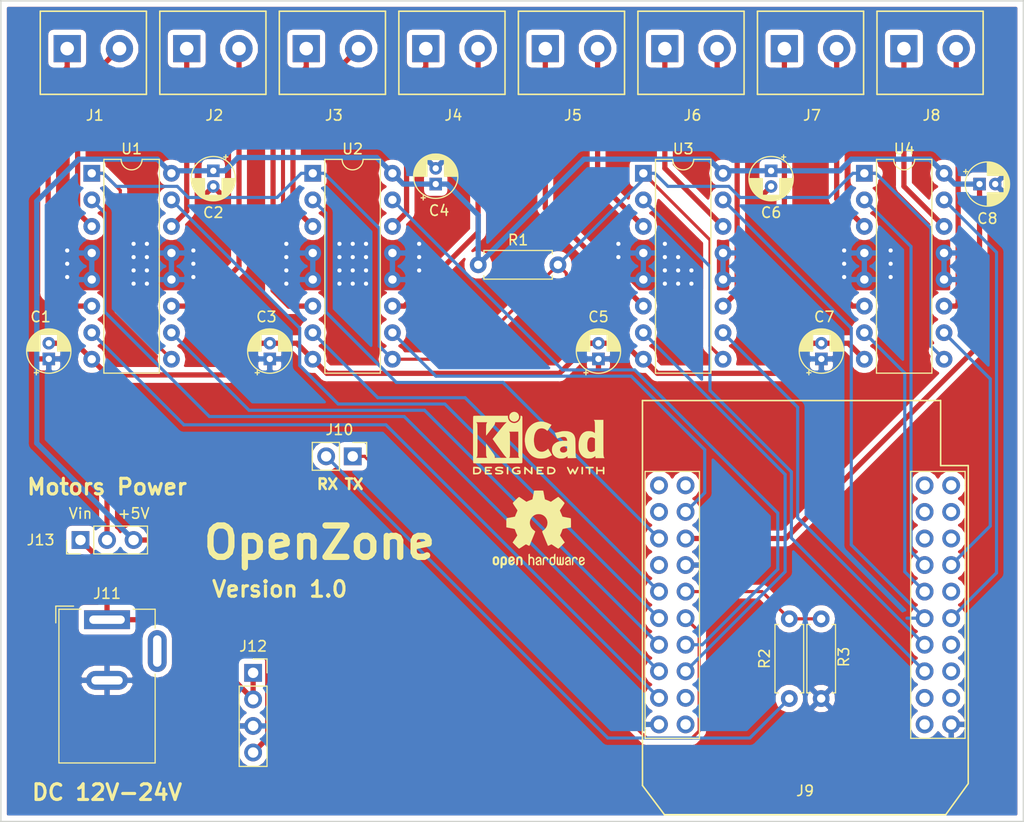
<source format=kicad_pcb>
(kicad_pcb (version 20171130) (host pcbnew 5.0.0-fee4fd1~66~ubuntu18.04.1)
  (layers (0 F.Cu signal) (31 B.Cu signal) (34 B.Paste user) (35 F.Paste user) (36 B.SilkS user) (37 F.SilkS user) (38 B.Mask user) (39 F.Mask user) (44 Edge.Cuts user))
  (net 0 "")
  (net 1 GND)
  (net 2 +12V)
  (net 3 +5V)
  (net 4 "Net-(J1-Pad2)")
  (net 5 "Net-(J1-Pad1)")
  (net 6 "Net-(J2-Pad1)")
  (net 7 "Net-(J2-Pad2)")
  (net 8 "Net-(J3-Pad2)")
  (net 9 "Net-(J3-Pad1)")
  (net 10 "Net-(J4-Pad1)")
  (net 11 "Net-(J4-Pad2)")
  (net 12 "Net-(J5-Pad2)")
  (net 13 "Net-(J5-Pad1)")
  (net 14 "Net-(J6-Pad1)")
  (net 15 "Net-(J6-Pad2)")
  (net 16 "Net-(J7-Pad2)")
  (net 17 "Net-(J7-Pad1)")
  (net 18 "Net-(J8-Pad1)")
  (net 19 "Net-(J8-Pad2)")
  (net 20 IO04)
  (net 21 IO32)
  (net 22 IO25)
  (net 23 IO27)
  (net 24 IO22)
  (net 25 IO21)
  (net 26 IO05)
  (net 27 IO23)
  (net 28 IO19)
  (net 29 IO18)
  (net 30 IO26)
  (net 31 IO33)
  (net 32 DEnable)
  (net 33 IO02)
  (net 34 IO15)
  (net 35 MotorPWR)
  (net 36 IO12)
  (net 37 IO16_RX)
  (net 38 IO17_TX)
  (net 39 IO14)
  (net 40 "Net-(J10-Pad2)")
  (module SKaRCHa:KF301-2P-5 (layer F.Cu) (at 123.19 68.326)
    (fp_text reference J2 (at 2.64 6.38) (layer F.SilkS))
    (fp_text value Motor2)
    (pad 2 thru_hole circle (at 5 0) (size 2.6 2.6) (drill 1.3) (layers *.Cu *.Mask) (net 7 "Net-(J2-Pad2)"))
    (pad 1 thru_hole rect (at 0 0) (size 2.6 2.6) (drill 1.3) (layers *.Cu *.Mask) (net 6 "Net-(J2-Pad1)"))
  )
  (module SKaRCHa:KF301-2P-5 (layer F.Cu) (at 191.77 68.326)
    (fp_text reference J8 (at 2.64 6.38) (layer F.SilkS))
    (fp_text value Motor8)
    (pad 2 thru_hole circle (at 5 0) (size 2.6 2.6) (drill 1.3) (layers *.Cu *.Mask) (net 19 "Net-(J8-Pad2)"))
    (pad 1 thru_hole rect (at 0 0) (size 2.6 2.6) (drill 1.3) (layers *.Cu *.Mask) (net 18 "Net-(J8-Pad1)"))
  )
  (module SKaRCHa:KF301-2P-5 (layer F.Cu) (at 180.34 68.326)
    (fp_text reference J7 (at 2.64 6.38) (layer F.SilkS))
    (fp_text value Motor7)
    (pad 2 thru_hole circle (at 5 0) (size 2.6 2.6) (drill 1.3) (layers *.Cu *.Mask) (net 16 "Net-(J7-Pad2)"))
    (pad 1 thru_hole rect (at 0 0) (size 2.6 2.6) (drill 1.3) (layers *.Cu *.Mask) (net 17 "Net-(J7-Pad1)"))
  )
  (module SKaRCHa:KF301-2P-5 (layer F.Cu) (at 168.91 68.326)
    (fp_text reference J6 (at 2.64 6.38) (layer F.SilkS))
    (fp_text value Motor6)
    (pad 2 thru_hole circle (at 5 0) (size 2.6 2.6) (drill 1.3) (layers *.Cu *.Mask) (net 15 "Net-(J6-Pad2)"))
    (pad 1 thru_hole rect (at 0 0) (size 2.6 2.6) (drill 1.3) (layers *.Cu *.Mask) (net 14 "Net-(J6-Pad1)"))
  )
  (module SKaRCHa:KF301-2P-5 (layer F.Cu) (at 157.48 68.326)
    (fp_text reference J5 (at 2.64 6.38) (layer F.SilkS))
    (fp_text value Motor5)
    (pad 2 thru_hole circle (at 5 0) (size 2.6 2.6) (drill 1.3) (layers *.Cu *.Mask) (net 12 "Net-(J5-Pad2)"))
    (pad 1 thru_hole rect (at 0 0) (size 2.6 2.6) (drill 1.3) (layers *.Cu *.Mask) (net 13 "Net-(J5-Pad1)"))
  )
  (module SKaRCHa:KF301-2P-5 (layer F.Cu) (at 134.62 68.326)
    (fp_text reference J3 (at 2.64 6.38) (layer F.SilkS))
    (fp_text value Motor3)
    (pad 2 thru_hole circle (at 5 0) (size 2.6 2.6) (drill 1.3) (layers *.Cu *.Mask) (net 8 "Net-(J3-Pad2)"))
    (pad 1 thru_hole rect (at 0 0) (size 2.6 2.6) (drill 1.3) (layers *.Cu *.Mask) (net 9 "Net-(J3-Pad1)"))
  )
  (module SKaRCHa:KF301-2P-5 (layer F.Cu) (at 146.05 68.326)
    (fp_text reference J4 (at 2.64 6.38) (layer F.SilkS))
    (fp_text value Motor4)
    (pad 2 thru_hole circle (at 5 0) (size 2.6 2.6) (drill 1.3) (layers *.Cu *.Mask) (net 11 "Net-(J4-Pad2)"))
    (pad 1 thru_hole rect (at 0 0) (size 2.6 2.6) (drill 1.3) (layers *.Cu *.Mask) (net 10 "Net-(J4-Pad1)"))
  )
  (module SKaRCHa:KF301-2P-5 (layer F.Cu) (at 111.76 68.326)
    (fp_text reference J1 (at 2.64 6.38) (layer F.SilkS))
    (fp_text value Motor1)
    (pad 2 thru_hole circle (at 5 0) (size 2.6 2.6) (drill 1.3) (layers *.Cu *.Mask) (net 4 "Net-(J1-Pad2)"))
    (pad 1 thru_hole rect (at 0 0) (size 2.6 2.6) (drill 1.3) (layers *.Cu *.Mask) (net 5 "Net-(J1-Pad1)"))
  )
  (module Package_DIP:DIP-16_W7.62mm (layer F.Cu) (at 187.985966 80.25)
    (fp_text reference U4 (at 3.81 -2.33) (layer F.SilkS))
    (fp_text value SN754410)
    (pad 1 thru_hole rect (at 0 0) (size 1.6 1.6) (drill 0.8) (layers *.Cu *.Mask) (net 32 DEnable))
    (pad 9 thru_hole oval (at 7.62 17.78) (size 1.6 1.6) (drill 0.8) (layers *.Cu *.Mask) (net 32 DEnable))
    (pad 2 thru_hole oval (at 0 2.54) (size 1.6 1.6) (drill 0.8) (layers *.Cu *.Mask) (net 26 IO05))
    (pad 10 thru_hole oval (at 7.62 15.24) (size 1.6 1.6) (drill 0.8) (layers *.Cu *.Mask) (net 39 IO14))
    (pad 3 thru_hole oval (at 0 5.08) (size 1.6 1.6) (drill 0.8) (layers *.Cu *.Mask) (net 16 "Net-(J7-Pad2)"))
    (pad 11 thru_hole oval (at 7.62 12.7) (size 1.6 1.6) (drill 0.8) (layers *.Cu *.Mask) (net 19 "Net-(J8-Pad2)"))
    (pad 4 thru_hole oval (at 0 7.62) (size 1.6 1.6) (drill 0.8) (layers *.Cu *.Mask) (net 1 GND))
    (pad 12 thru_hole oval (at 7.62 10.16) (size 1.6 1.6) (drill 0.8) (layers *.Cu *.Mask) (net 1 GND))
    (pad 5 thru_hole oval (at 0 10.16) (size 1.6 1.6) (drill 0.8) (layers *.Cu *.Mask) (net 1 GND))
    (pad 13 thru_hole oval (at 7.62 7.62) (size 1.6 1.6) (drill 0.8) (layers *.Cu *.Mask) (net 1 GND))
    (pad 6 thru_hole oval (at 0 12.7) (size 1.6 1.6) (drill 0.8) (layers *.Cu *.Mask) (net 17 "Net-(J7-Pad1)"))
    (pad 14 thru_hole oval (at 7.62 5.08) (size 1.6 1.6) (drill 0.8) (layers *.Cu *.Mask) (net 18 "Net-(J8-Pad1)"))
    (pad 7 thru_hole oval (at 0 15.24) (size 1.6 1.6) (drill 0.8) (layers *.Cu *.Mask) (net 27 IO23))
    (pad 15 thru_hole oval (at 7.62 2.54) (size 1.6 1.6) (drill 0.8) (layers *.Cu *.Mask) (net 31 IO33))
    (pad 8 thru_hole oval (at 0 17.78) (size 1.6 1.6) (drill 0.8) (layers *.Cu *.Mask) (net 35 MotorPWR))
    (pad 16 thru_hole oval (at 7.62 0) (size 1.6 1.6) (drill 0.8) (layers *.Cu *.Mask) (net 3 +5V))
  )
  (module Symbol:OSHW-Logo2_9.8x8mm_SilkScreen (layer F.Cu) (at 156.845 114.3)
    (fp_text reference REF** hide)
    (fp_text value OSHW-Logo2_9.8x8mm_SilkScreen hide)
  )
  (module Package_DIP:DIP-16_W7.62mm (layer F.Cu) (at 114.109233 80.25)
    (fp_text reference U1 (at 3.81 -2.33) (layer F.SilkS))
    (fp_text value SN754410)
    (pad 16 thru_hole oval (at 7.62 0) (size 1.6 1.6) (drill 0.8) (layers *.Cu *.Mask) (net 3 +5V))
    (pad 8 thru_hole oval (at 0 17.78) (size 1.6 1.6) (drill 0.8) (layers *.Cu *.Mask) (net 35 MotorPWR))
    (pad 15 thru_hole oval (at 7.62 2.54) (size 1.6 1.6) (drill 0.8) (layers *.Cu *.Mask) (net 36 IO12))
    (pad 7 thru_hole oval (at 0 15.24) (size 1.6 1.6) (drill 0.8) (layers *.Cu *.Mask) (net 23 IO27))
    (pad 14 thru_hole oval (at 7.62 5.08) (size 1.6 1.6) (drill 0.8) (layers *.Cu *.Mask) (net 6 "Net-(J2-Pad1)"))
    (pad 6 thru_hole oval (at 0 12.7) (size 1.6 1.6) (drill 0.8) (layers *.Cu *.Mask) (net 5 "Net-(J1-Pad1)"))
    (pad 13 thru_hole oval (at 7.62 7.62) (size 1.6 1.6) (drill 0.8) (layers *.Cu *.Mask) (net 1 GND))
    (pad 5 thru_hole oval (at 0 10.16) (size 1.6 1.6) (drill 0.8) (layers *.Cu *.Mask) (net 1 GND))
    (pad 12 thru_hole oval (at 7.62 10.16) (size 1.6 1.6) (drill 0.8) (layers *.Cu *.Mask) (net 1 GND))
    (pad 4 thru_hole oval (at 0 7.62) (size 1.6 1.6) (drill 0.8) (layers *.Cu *.Mask) (net 1 GND))
    (pad 11 thru_hole oval (at 7.62 12.7) (size 1.6 1.6) (drill 0.8) (layers *.Cu *.Mask) (net 7 "Net-(J2-Pad2)"))
    (pad 3 thru_hole oval (at 0 5.08) (size 1.6 1.6) (drill 0.8) (layers *.Cu *.Mask) (net 4 "Net-(J1-Pad2)"))
    (pad 10 thru_hole oval (at 7.62 15.24) (size 1.6 1.6) (drill 0.8) (layers *.Cu *.Mask) (net 21 IO32))
    (pad 2 thru_hole oval (at 0 2.54) (size 1.6 1.6) (drill 0.8) (layers *.Cu *.Mask) (net 22 IO25))
    (pad 9 thru_hole oval (at 7.62 17.78) (size 1.6 1.6) (drill 0.8) (layers *.Cu *.Mask) (net 32 DEnable))
    (pad 1 thru_hole rect (at 0 0) (size 1.6 1.6) (drill 0.8) (layers *.Cu *.Mask) (net 32 DEnable))
  )
  (module Package_DIP:DIP-16_W7.62mm (layer F.Cu) (at 166.853466 80.25)
    (fp_text reference U3 (at 3.81 -2.33) (layer F.SilkS))
    (fp_text value SN754410)
    (pad 16 thru_hole oval (at 7.62 0) (size 1.6 1.6) (drill 0.8) (layers *.Cu *.Mask) (net 3 +5V))
    (pad 8 thru_hole oval (at 0 17.78) (size 1.6 1.6) (drill 0.8) (layers *.Cu *.Mask) (net 35 MotorPWR))
    (pad 15 thru_hole oval (at 7.62 2.54) (size 1.6 1.6) (drill 0.8) (layers *.Cu *.Mask) (net 28 IO19))
    (pad 7 thru_hole oval (at 0 15.24) (size 1.6 1.6) (drill 0.8) (layers *.Cu *.Mask) (net 24 IO22))
    (pad 14 thru_hole oval (at 7.62 5.08) (size 1.6 1.6) (drill 0.8) (layers *.Cu *.Mask) (net 14 "Net-(J6-Pad1)"))
    (pad 6 thru_hole oval (at 0 12.7) (size 1.6 1.6) (drill 0.8) (layers *.Cu *.Mask) (net 13 "Net-(J5-Pad1)"))
    (pad 13 thru_hole oval (at 7.62 7.62) (size 1.6 1.6) (drill 0.8) (layers *.Cu *.Mask) (net 1 GND))
    (pad 5 thru_hole oval (at 0 10.16) (size 1.6 1.6) (drill 0.8) (layers *.Cu *.Mask) (net 1 GND))
    (pad 12 thru_hole oval (at 7.62 10.16) (size 1.6 1.6) (drill 0.8) (layers *.Cu *.Mask) (net 1 GND))
    (pad 4 thru_hole oval (at 0 7.62) (size 1.6 1.6) (drill 0.8) (layers *.Cu *.Mask) (net 1 GND))
    (pad 11 thru_hole oval (at 7.62 12.7) (size 1.6 1.6) (drill 0.8) (layers *.Cu *.Mask) (net 15 "Net-(J6-Pad2)"))
    (pad 3 thru_hole oval (at 0 5.08) (size 1.6 1.6) (drill 0.8) (layers *.Cu *.Mask) (net 12 "Net-(J5-Pad2)"))
    (pad 10 thru_hole oval (at 7.62 15.24) (size 1.6 1.6) (drill 0.8) (layers *.Cu *.Mask) (net 29 IO18))
    (pad 2 thru_hole oval (at 0 2.54) (size 1.6 1.6) (drill 0.8) (layers *.Cu *.Mask) (net 30 IO26))
    (pad 9 thru_hole oval (at 7.62 17.78) (size 1.6 1.6) (drill 0.8) (layers *.Cu *.Mask) (net 32 DEnable))
    (pad 1 thru_hole rect (at 0 0) (size 1.6 1.6) (drill 0.8) (layers *.Cu *.Mask) (net 32 DEnable))
  )
  (module Resistor_THT:R_Axial_DIN0207_L6.3mm_D2.5mm_P7.62mm_Horizontal (layer F.Cu) (at 151.065 89)
    (fp_text reference R1 (at 3.81 -2.37) (layer F.SilkS))
    (fp_text value 10K)
    (pad 1 thru_hole circle (at 0 0) (size 1.6 1.6) (drill 0.8) (layers *.Cu *.Mask) (net 3 +5V))
    (pad 2 thru_hole oval (at 7.62 0) (size 1.6 1.6) (drill 0.8) (layers *.Cu *.Mask) (net 32 DEnable))
  )
  (module Package_DIP:DIP-16_W7.62mm (layer F.Cu) (at 135.241733 80.25)
    (fp_text reference U2 (at 3.81 -2.33) (layer F.SilkS))
    (fp_text value SN754410)
    (pad 1 thru_hole rect (at 0 0) (size 1.6 1.6) (drill 0.8) (layers *.Cu *.Mask) (net 32 DEnable))
    (pad 9 thru_hole oval (at 7.62 17.78) (size 1.6 1.6) (drill 0.8) (layers *.Cu *.Mask) (net 32 DEnable))
    (pad 2 thru_hole oval (at 0 2.54) (size 1.6 1.6) (drill 0.8) (layers *.Cu *.Mask) (net 33 IO02))
    (pad 10 thru_hole oval (at 7.62 15.24) (size 1.6 1.6) (drill 0.8) (layers *.Cu *.Mask) (net 34 IO15))
    (pad 3 thru_hole oval (at 0 5.08) (size 1.6 1.6) (drill 0.8) (layers *.Cu *.Mask) (net 8 "Net-(J3-Pad2)"))
    (pad 11 thru_hole oval (at 7.62 12.7) (size 1.6 1.6) (drill 0.8) (layers *.Cu *.Mask) (net 11 "Net-(J4-Pad2)"))
    (pad 4 thru_hole oval (at 0 7.62) (size 1.6 1.6) (drill 0.8) (layers *.Cu *.Mask) (net 1 GND))
    (pad 12 thru_hole oval (at 7.62 10.16) (size 1.6 1.6) (drill 0.8) (layers *.Cu *.Mask) (net 1 GND))
    (pad 5 thru_hole oval (at 0 10.16) (size 1.6 1.6) (drill 0.8) (layers *.Cu *.Mask) (net 1 GND))
    (pad 13 thru_hole oval (at 7.62 7.62) (size 1.6 1.6) (drill 0.8) (layers *.Cu *.Mask) (net 1 GND))
    (pad 6 thru_hole oval (at 0 12.7) (size 1.6 1.6) (drill 0.8) (layers *.Cu *.Mask) (net 9 "Net-(J3-Pad1)"))
    (pad 14 thru_hole oval (at 7.62 5.08) (size 1.6 1.6) (drill 0.8) (layers *.Cu *.Mask) (net 10 "Net-(J4-Pad1)"))
    (pad 7 thru_hole oval (at 0 15.24) (size 1.6 1.6) (drill 0.8) (layers *.Cu *.Mask) (net 20 IO04))
    (pad 15 thru_hole oval (at 7.62 2.54) (size 1.6 1.6) (drill 0.8) (layers *.Cu *.Mask) (net 25 IO21))
    (pad 8 thru_hole oval (at 0 17.78) (size 1.6 1.6) (drill 0.8) (layers *.Cu *.Mask) (net 35 MotorPWR))
    (pad 16 thru_hole oval (at 7.62 0) (size 1.6 1.6) (drill 0.8) (layers *.Cu *.Mask) (net 3 +5V))
  )
  (module Capacitor_THT:CP_Radial_D4.0mm_P1.50mm (layer F.Cu) (at 110 98 90)
    (fp_text reference C1 (at 4.02 -0.78 180) (layer F.SilkS))
    (fp_text value 1uF)
    (pad 1 thru_hole rect (at 0 0 90) (size 1.2 1.2) (drill 0.6) (layers *.Cu *.Mask) (net 1 GND))
    (pad 2 thru_hole circle (at 1.5 0 90) (size 1.2 1.2) (drill 0.6) (layers *.Cu *.Mask) (net 35 MotorPWR))
  )
  (module Capacitor_THT:CP_Radial_D4.0mm_P1.50mm (layer F.Cu) (at 125.73 80.01 270)
    (fp_text reference C2 (at 4 0) (layer F.SilkS))
    (fp_text value 0.1uF)
    (pad 2 thru_hole circle (at 1.5 0 270) (size 1.2 1.2) (drill 0.6) (layers *.Cu *.Mask) (net 1 GND))
    (pad 1 thru_hole rect (at 0 0 270) (size 1.2 1.2) (drill 0.6) (layers *.Cu *.Mask) (net 3 +5V))
  )
  (module Capacitor_THT:CP_Radial_D4.0mm_P1.50mm (layer F.Cu) (at 131.1325 98 90)
    (fp_text reference C3 (at 4.02 -0.3225 180) (layer F.SilkS))
    (fp_text value 1uF)
    (pad 1 thru_hole rect (at 0 0 90) (size 1.2 1.2) (drill 0.6) (layers *.Cu *.Mask) (net 1 GND))
    (pad 2 thru_hole circle (at 1.5 0 90) (size 1.2 1.2) (drill 0.6) (layers *.Cu *.Mask) (net 35 MotorPWR))
  )
  (module Capacitor_THT:CP_Radial_D4.0mm_P1.50mm (layer F.Cu) (at 147 81.28 90)
    (fp_text reference C4 (at -2.54 0.32 180) (layer F.SilkS))
    (fp_text value 0.1uF)
    (pad 2 thru_hole circle (at 1.5 0 90) (size 1.2 1.2) (drill 0.6) (layers *.Cu *.Mask) (net 1 GND))
    (pad 1 thru_hole rect (at 0 0 90) (size 1.2 1.2) (drill 0.6) (layers *.Cu *.Mask) (net 3 +5V))
  )
  (module Capacitor_THT:CP_Radial_D4.0mm_P1.50mm (layer F.Cu) (at 162.56 98 90)
    (fp_text reference C5 (at 4.02 0 180) (layer F.SilkS))
    (fp_text value 1uF)
    (pad 1 thru_hole rect (at 0 0 90) (size 1.2 1.2) (drill 0.6) (layers *.Cu *.Mask) (net 1 GND))
    (pad 2 thru_hole circle (at 1.5 0 90) (size 1.2 1.2) (drill 0.6) (layers *.Cu *.Mask) (net 35 MotorPWR))
  )
  (module Capacitor_THT:CP_Radial_D4.0mm_P1.50mm (layer F.Cu) (at 179.07 80.01 270)
    (fp_text reference C6 (at 4 0) (layer F.SilkS))
    (fp_text value 0.1uF)
    (pad 2 thru_hole circle (at 1.5 0 270) (size 1.2 1.2) (drill 0.6) (layers *.Cu *.Mask) (net 1 GND))
    (pad 1 thru_hole rect (at 0 0 270) (size 1.2 1.2) (drill 0.6) (layers *.Cu *.Mask) (net 3 +5V))
  )
  (module Capacitor_THT:CP_Radial_D4.0mm_P1.50mm (layer F.Cu) (at 183.876733 98 90)
    (fp_text reference C7 (at 4.02 0.273267 180) (layer F.SilkS))
    (fp_text value 1uF)
    (pad 1 thru_hole rect (at 0 0 90) (size 1.2 1.2) (drill 0.6) (layers *.Cu *.Mask) (net 1 GND))
    (pad 2 thru_hole circle (at 1.5 0 90) (size 1.2 1.2) (drill 0.6) (layers *.Cu *.Mask) (net 35 MotorPWR))
  )
  (module Capacitor_THT:CP_Radial_D4.0mm_P1.50mm (layer F.Cu) (at 199 81.28)
    (fp_text reference C8 (at 0.75 3.3) (layer F.SilkS))
    (fp_text value 0.1uF)
    (pad 2 thru_hole circle (at 1.5 0) (size 1.2 1.2) (drill 0.6) (layers *.Cu *.Mask) (net 1 GND))
    (pad 1 thru_hole rect (at 0 0) (size 1.2 1.2) (drill 0.6) (layers *.Cu *.Mask) (net 3 +5V))
  )
  (module Connector_PinSocket_2.54mm:PinSocket_1x04_P2.54mm_Vertical (layer F.Cu) (at 129.54 128.016)
    (fp_text reference J12 (at 0 -2.54 180) (layer F.SilkS))
    (fp_text value "Step Down Power Supply")
    (pad 1 thru_hole rect (at 0 0) (size 1.7 1.7) (drill 1) (layers *.Cu *.Mask) (net 2 +12V))
    (pad 2 thru_hole oval (at 0 2.54) (size 1.7 1.7) (drill 1) (layers *.Cu *.Mask) (net 2 +12V))
    (pad 3 thru_hole oval (at 0 5.08) (size 1.7 1.7) (drill 1) (layers *.Cu *.Mask) (net 1 GND))
    (pad 4 thru_hole oval (at 0 7.62) (size 1.7 1.7) (drill 1) (layers *.Cu *.Mask) (net 3 +5V))
  )
  (module Connector_PinHeader_2.54mm:PinHeader_1x03_P2.54mm_Vertical (layer F.Cu) (at 113.03 115.316 90)
    (fp_text reference J13 (at 0 -3.81 180) (layer F.SilkS))
    (fp_text value "Motor Power Supply Selector")
    (pad 1 thru_hole rect (at 0 0 90) (size 1.7 1.7) (drill 1) (layers *.Cu *.Mask) (net 2 +12V))
    (pad 2 thru_hole oval (at 0 2.54 90) (size 1.7 1.7) (drill 1) (layers *.Cu *.Mask) (net 35 MotorPWR))
    (pad 3 thru_hole oval (at 0 5.08 90) (size 1.7 1.7) (drill 1) (layers *.Cu *.Mask) (net 3 +5V))
  )
  (module Symbol:KiCad-Logo2_6mm_SilkScreen (layer F.Cu) (at 156.845 106.045)
    (fp_text reference REF** hide)
    (fp_text value KiCad-Logo2_6mm_SilkScreen hide)
  )
  (module SKaRCHa:BarrelJack_Wuerth_6941xx301002 (layer F.Cu) (at 115.57 122.936)
    (fp_text reference J11 (at 0 -2.5) (layer F.SilkS))
    (fp_text value "Power Supply")
    (pad MP thru_hole oval (at 4.8 3 90) (size 4 1.8) (drill oval 3 0.8) (layers *.Cu *.Mask))
    (pad 2 thru_hole oval (at 0 5.8) (size 4 1.8) (drill oval 3 0.8) (layers *.Cu *.Mask) (net 1 GND))
    (pad 1 thru_hole rect (at 0 0) (size 4.4 1.8) (drill oval 3.4 0.8) (layers *.Cu *.Mask) (net 2 +12V))
  )
  (module Connector_PinHeader_2.54mm:PinHeader_1x02_P2.54mm_Vertical (layer F.Cu) (at 139.065 107.315 270)
    (fp_text reference J10 (at -2.54 1.27) (layer F.SilkS))
    (fp_text value "AC serial")
    (pad 1 thru_hole rect (at 0 0 270) (size 1.7 1.7) (drill 1) (layers *.Cu *.Mask) (net 38 IO17_TX))
    (pad 2 thru_hole oval (at 0 2.54 270) (size 1.7 1.7) (drill 1) (layers *.Cu *.Mask) (net 40 "Net-(J10-Pad2)"))
  )
  (module SKaRCHa:WEMOS_D1_MINI32_UP (layer F.Cu) (at 174.65 132.95 180)
    (fp_text reference J9 (at -7.67 -6.35 180) (layer F.SilkS))
    (fp_text value WEMOS_D1_MINI_ESP32)
    (pad 30 thru_hole oval (at -19.1 22.86 180) (size 1.7 1.7) (drill 1) (layers *.Cu *.Mask))
    (pad 21 thru_hole circle (at -19.1 0 180) (size 1.7 1.7) (drill 1) (layers *.Cu *.Mask))
    (pad 28 thru_hole oval (at -19.1 17.78 180) (size 1.7 1.7) (drill 1) (layers *.Cu *.Mask))
    (pad 37 thru_hole oval (at -21.64 7.62 180) (size 1.7 1.7) (drill 1) (layers *.Cu *.Mask))
    (pad 22 thru_hole oval (at -19.1 2.54 180) (size 1.7 1.7) (drill 1) (layers *.Cu *.Mask))
    (pad 26 thru_hole oval (at -19.1 12.7 180) (size 1.7 1.7) (drill 1) (layers *.Cu *.Mask) (net 27 IO23))
    (pad 38 thru_hole oval (at -21.64 5.08 180) (size 1.7 1.7) (drill 1) (layers *.Cu *.Mask))
    (pad 33 thru_hole oval (at -21.64 17.78 180) (size 1.7 1.7) (drill 1) (layers *.Cu *.Mask))
    (pad 27 thru_hole oval (at -19.1 15.24 180) (size 1.7 1.7) (drill 1) (layers *.Cu *.Mask) (net 26 IO05))
    (pad 39 thru_hole oval (at -21.64 2.54 180) (size 1.7 1.7) (drill 1) (layers *.Cu *.Mask))
    (pad 32 thru_hole oval (at -21.64 20.32 180) (size 1.7 1.7) (drill 1) (layers *.Cu *.Mask))
    (pad 25 thru_hole oval (at -19.1 10.16 180) (size 1.7 1.7) (drill 1) (layers *.Cu *.Mask) (net 28 IO19))
    (pad 35 thru_hole oval (at -21.64 12.7 180) (size 1.7 1.7) (drill 1) (layers *.Cu *.Mask))
    (pad 29 thru_hole oval (at -19.1 20.32 180) (size 1.7 1.7) (drill 1) (layers *.Cu *.Mask))
    (pad 31 thru_hole oval (at -21.64 22.86 180) (size 1.7 1.7) (drill 1) (layers *.Cu *.Mask))
    (pad 34 thru_hole oval (at -21.64 15.24 180) (size 1.7 1.7) (drill 1) (layers *.Cu *.Mask) (net 39 IO14))
    (pad 36 thru_hole oval (at -21.64 10.16 180) (size 1.7 1.7) (drill 1) (layers *.Cu *.Mask) (net 31 IO33))
    (pad 24 thru_hole oval (at -19.1 7.62 180) (size 1.7 1.7) (drill 1) (layers *.Cu *.Mask) (net 29 IO18))
    (pad 40 thru_hole oval (at -21.64 0 180) (size 1.7 1.7) (drill 1) (layers *.Cu *.Mask) (net 1 GND))
    (pad 23 thru_hole oval (at -19.1 5.08 180) (size 1.7 1.7) (drill 1) (layers *.Cu *.Mask) (net 30 IO26))
    (pad 20 thru_hole oval (at 3.76 0 180) (size 1.7 1.7) (drill 1) (layers *.Cu *.Mask))
    (pad 19 thru_hole oval (at 3.76 2.54 180) (size 1.7 1.7) (drill 1) (layers *.Cu *.Mask))
    (pad 18 thru_hole oval (at 3.76 5.08 180) (size 1.7 1.7) (drill 1) (layers *.Cu *.Mask) (net 24 IO22))
    (pad 17 thru_hole oval (at 3.76 7.62 180) (size 1.7 1.7) (drill 1) (layers *.Cu *.Mask) (net 25 IO21))
    (pad 16 thru_hole oval (at 3.76 10.16 180) (size 1.7 1.7) (drill 1) (layers *.Cu *.Mask) (net 38 IO17_TX))
    (pad 15 thru_hole oval (at 3.76 12.7 180) (size 1.7 1.7) (drill 1) (layers *.Cu *.Mask) (net 37 IO16_RX))
    (pad 14 thru_hole oval (at 3.76 15.24 180) (size 1.7 1.7) (drill 1) (layers *.Cu *.Mask) (net 1 GND))
    (pad 13 thru_hole oval (at 3.76 17.78 180) (size 1.7 1.7) (drill 1) (layers *.Cu *.Mask) (net 3 +5V))
    (pad 12 thru_hole oval (at 3.76 20.32 180) (size 1.7 1.7) (drill 1) (layers *.Cu *.Mask) (net 34 IO15))
    (pad 11 thru_hole oval (at 3.76 22.86 180) (size 1.7 1.7) (drill 1) (layers *.Cu *.Mask))
    (pad 10 thru_hole oval (at 6.3 22.86 180) (size 1.7 1.7) (drill 1) (layers *.Cu *.Mask))
    (pad 9 thru_hole oval (at 6.3 20.32 180) (size 1.7 1.7) (drill 1) (layers *.Cu *.Mask))
    (pad 8 thru_hole oval (at 6.3 17.78 180) (size 1.7 1.7) (drill 1) (layers *.Cu *.Mask) (net 33 IO02))
    (pad 7 thru_hole oval (at 6.3 15.24 180) (size 1.7 1.7) (drill 1) (layers *.Cu *.Mask))
    (pad 6 thru_hole oval (at 6.3 12.7 180) (size 1.7 1.7) (drill 1) (layers *.Cu *.Mask) (net 20 IO04))
    (pad 5 thru_hole oval (at 6.3 10.16 180) (size 1.7 1.7) (drill 1) (layers *.Cu *.Mask) (net 36 IO12))
    (pad 4 thru_hole oval (at 6.3 7.62 180) (size 1.7 1.7) (drill 1) (layers *.Cu *.Mask) (net 21 IO32))
    (pad 3 thru_hole oval (at 6.3 5.08 180) (size 1.7 1.7) (drill 1) (layers *.Cu *.Mask) (net 22 IO25))
    (pad 2 thru_hole oval (at 6.3 2.54 180) (size 1.7 1.7) (drill 1) (layers *.Cu *.Mask) (net 23 IO27))
    (pad 1 thru_hole oval (at 6.3 0 180) (size 1.7 1.7) (drill 1) (layers *.Cu *.Mask) (net 1 GND))
  )
  (module Resistor_THT:R_Axial_DIN0207_L6.3mm_D2.5mm_P7.62mm_Horizontal (layer F.Cu) (at 180.809618 130.473553 90)
    (fp_text reference R2 (at 3.81 -2.37 90) (layer F.SilkS))
    (fp_text value 4,7K)
    (pad 2 thru_hole oval (at 7.62 0 90) (size 1.6 1.6) (drill 0.8) (layers *.Cu *.Mask) (net 37 IO16_RX))
    (pad 1 thru_hole circle (at 0 0 90) (size 1.6 1.6) (drill 0.8) (layers *.Cu *.Mask) (net 40 "Net-(J10-Pad2)"))
  )
  (module Resistor_THT:R_Axial_DIN0207_L6.3mm_D2.5mm_P7.62mm_Horizontal (layer F.Cu) (at 183.859618 130.473553 90)
    (fp_text reference R3 (at 3.972975 2.163335 90) (layer F.SilkS))
    (fp_text value 10K)
    (pad 1 thru_hole circle (at 0 0 90) (size 1.6 1.6) (drill 0.8) (layers *.Cu *.Mask) (net 1 GND))
    (pad 2 thru_hole oval (at 7.62 0 90) (size 1.6 1.6) (drill 0.8) (layers *.Cu *.Mask) (net 37 IO16_RX))
  )
  (gr_text "Version 1.0" (at 132.08 120.015) (layer F.SilkS) (effects (font (size 1.5 1.5) (thickness 0.3))))
  (gr_text OpenZone (at 135.89 115.57) (layer F.SilkS) (effects (font (size 3 3) (thickness 0.6))))
  (gr_text TX (at 139.192 109.982) (layer F.SilkS) (effects (font (size 1 1) (thickness 0.25))))
  (gr_text RX (at 136.652 109.982) (layer F.SilkS) (effects (font (size 1 1) (thickness 0.25))))
  (gr_text "DC 12V-24V" (at 115.57 139.446) (layer F.SilkS) (effects (font (size 1.5 1.5) (thickness 0.3))))
  (gr_text "Motors Power" (at 115.57 110.236) (layer F.SilkS) (effects (font (size 1.5 1.5) (thickness 0.3))))
  (gr_text +5V (at 118.11 112.776) (layer F.SilkS) (effects (font (size 1 1))))
  (gr_text Vin (at 113.03 112.776) (layer F.SilkS) (effects (font (size 1 1))))
  (gr_line (start 105.41 63.754) (end 105.41 142.24) (layer Edge.Cuts) (width 0.15))
  (gr_line (start 203.2 63.754) (end 105.41 63.754) (layer Edge.Cuts) (width 0.15))
  (gr_line (start 203.2 142.24) (end 203.2 63.754) (layer Edge.Cuts) (width 0.15))
  (gr_line (start 105.41 142.24) (end 203.2 142.24) (layer Edge.Cuts) (width 0.15))
  (segment (start 195.58 90.42) (end 195.58 90.41) (width 0.5) (layer F.Cu) (net 1))
  (segment (start 134.59 90.41) (end 135.62 90.41) (width 0.5) (layer F.Cu) (net 1))
  (segment (start 131.1325 98) (end 130.930498 98) (width 0.5) (layer B.Cu) (net 1))
  (via (at 190.5 87.63) (size 0.8) (drill 0.4) (layers F.Cu B.Cu) (net 1))
  (via (at 190.5 88.9) (size 0.8) (drill 0.4) (layers F.Cu B.Cu) (net 1))
  (via (at 190.5 90.17) (size 0.8) (drill 0.4) (layers F.Cu B.Cu) (net 1))
  (via (at 186.055 87.63) (size 0.8) (drill 0.4) (layers F.Cu B.Cu) (net 1))
  (via (at 186.055 88.9) (size 0.8) (drill 0.4) (layers F.Cu B.Cu) (net 1))
  (via (at 186.055 90.17) (size 0.8) (drill 0.4) (layers F.Cu B.Cu) (net 1))
  (via (at 168.91 86.995) (size 0.8) (drill 0.4) (layers F.Cu B.Cu) (net 1))
  (via (at 168.91 88.265) (size 0.8) (drill 0.4) (layers F.Cu B.Cu) (net 1))
  (via (at 168.91 89.535) (size 0.8) (drill 0.4) (layers F.Cu B.Cu) (net 1))
  (via (at 168.91 90.805) (size 0.8) (drill 0.4) (layers F.Cu B.Cu) (net 1))
  (via (at 170.18 90.805) (size 0.8) (drill 0.4) (layers F.Cu B.Cu) (net 1))
  (via (at 170.18 89.535) (size 0.8) (drill 0.4) (layers F.Cu B.Cu) (net 1))
  (via (at 170.18 88.265) (size 0.8) (drill 0.4) (layers F.Cu B.Cu) (net 1))
  (via (at 171.45 89.535) (size 0.8) (drill 0.4) (layers F.Cu B.Cu) (net 1))
  (via (at 171.45 90.805) (size 0.8) (drill 0.4) (layers F.Cu B.Cu) (net 1))
  (via (at 137.795 86.995) (size 0.8) (drill 0.4) (layers F.Cu B.Cu) (net 1))
  (via (at 139.065 86.995) (size 0.8) (drill 0.4) (layers F.Cu B.Cu) (net 1))
  (via (at 140.335 86.995) (size 0.8) (drill 0.4) (layers F.Cu B.Cu) (net 1))
  (via (at 137.795 88.265) (size 0.8) (drill 0.4) (layers F.Cu B.Cu) (net 1))
  (via (at 139.065 88.265) (size 0.8) (drill 0.4) (layers F.Cu B.Cu) (net 1))
  (via (at 140.335 88.265) (size 0.8) (drill 0.4) (layers F.Cu B.Cu) (net 1))
  (via (at 140.335 89.535) (size 0.8) (drill 0.4) (layers F.Cu B.Cu) (net 1))
  (via (at 139.065 89.535) (size 0.8) (drill 0.4) (layers F.Cu B.Cu) (net 1))
  (via (at 137.795 89.535) (size 0.8) (drill 0.4) (layers F.Cu B.Cu) (net 1))
  (via (at 137.795 90.805) (size 0.8) (drill 0.4) (layers F.Cu B.Cu) (net 1))
  (via (at 139.065 90.805) (size 0.8) (drill 0.4) (layers F.Cu B.Cu) (net 1))
  (via (at 140.335 90.805) (size 0.8) (drill 0.4) (layers F.Cu B.Cu) (net 1))
  (via (at 118.11 86.995) (size 0.8) (drill 0.4) (layers F.Cu B.Cu) (net 1))
  (via (at 119.38 86.995) (size 0.8) (drill 0.4) (layers F.Cu B.Cu) (net 1))
  (via (at 119.38 88.265) (size 0.8) (drill 0.4) (layers F.Cu B.Cu) (net 1))
  (via (at 118.11 88.265) (size 0.8) (drill 0.4) (layers F.Cu B.Cu) (net 1))
  (via (at 118.11 89.535) (size 0.8) (drill 0.4) (layers F.Cu B.Cu) (net 1))
  (via (at 119.38 89.535) (size 0.8) (drill 0.4) (layers F.Cu B.Cu) (net 1))
  (via (at 119.38 90.805) (size 0.8) (drill 0.4) (layers F.Cu B.Cu) (net 1))
  (via (at 118.11 90.805) (size 0.8) (drill 0.4) (layers F.Cu B.Cu) (net 1))
  (via (at 111.76 87.63) (size 0.8) (drill 0.4) (layers F.Cu B.Cu) (net 1))
  (via (at 111.76 88.9) (size 0.8) (drill 0.4) (layers F.Cu B.Cu) (net 1))
  (via (at 111.76 90.17) (size 0.8) (drill 0.4) (layers F.Cu B.Cu) (net 1))
  (via (at 123.825 87.63) (size 0.8) (drill 0.4) (layers F.Cu B.Cu) (net 1))
  (via (at 123.825 88.9) (size 0.8) (drill 0.4) (layers F.Cu B.Cu) (net 1))
  (via (at 123.825 90.17) (size 0.8) (drill 0.4) (layers F.Cu B.Cu) (net 1))
  (via (at 164.465 86.995) (size 0.8) (drill 0.4) (layers F.Cu B.Cu) (net 1))
  (via (at 164.465 88.265) (size 0.8) (drill 0.4) (layers F.Cu B.Cu) (net 1))
  (via (at 145.415 86.995) (size 0.8) (drill 0.4) (layers F.Cu B.Cu) (net 1))
  (via (at 145.415 88.265) (size 0.8) (drill 0.4) (layers F.Cu B.Cu) (net 1))
  (via (at 145.415 89.535) (size 0.8) (drill 0.4) (layers F.Cu B.Cu) (net 1))
  (via (at 132.715 86.995) (size 0.8) (drill 0.4) (layers F.Cu B.Cu) (net 1))
  (via (at 132.715 88.265) (size 0.8) (drill 0.4) (layers F.Cu B.Cu) (net 1))
  (via (at 132.715 89.535) (size 0.8) (drill 0.4) (layers F.Cu B.Cu) (net 1))
  (via (at 132.715 90.805) (size 0.8) (drill 0.4) (layers F.Cu B.Cu) (net 1))
  (segment (start 115.57 117.856) (end 113.03 115.316) (width 0.5) (layer F.Cu) (net 2))
  (segment (start 115.57 122.936) (end 115.57 117.856) (width 0.5) (layer F.Cu) (net 2))
  (segment (start 121.92 122.936) (end 129.54 130.556) (width 0.5) (layer F.Cu) (net 2))
  (segment (start 115.57 122.936) (end 121.92 122.936) (width 0.5) (layer F.Cu) (net 2))
  (segment (start 129.54 130.556) (end 129.54 128.016) (width 0.5) (layer F.Cu) (net 2))
  (segment (start 195.855966 80) (end 195.605966 80.25) (width 0.5) (layer F.Cu) (net 3))
  (segment (start 195.855966 80) (end 195.605966 80.25) (width 0.5) (layer B.Cu) (net 3))
  (segment (start 174.723466 80) (end 174.473466 80.25) (width 0.5) (layer B.Cu) (net 3))
  (segment (start 121.979233 80) (end 121.729233 80.25) (width 0.5) (layer B.Cu) (net 3))
  (segment (start 130.940001 134.235999) (end 130.389999 134.786001) (width 0.5) (layer F.Cu) (net 3))
  (segment (start 119.530002 115.316) (end 130.940001 126.725999) (width 0.5) (layer F.Cu) (net 3))
  (segment (start 130.389999 134.786001) (end 129.54 135.636) (width 0.5) (layer F.Cu) (net 3))
  (segment (start 130.940001 126.725999) (end 130.940001 134.235999) (width 0.5) (layer F.Cu) (net 3))
  (segment (start 118.11 115.316) (end 119.530002 115.316) (width 0.5) (layer F.Cu) (net 3))
  (segment (start 196.635966 81.28) (end 195.605966 80.25) (width 0.5) (layer B.Cu) (net 3))
  (segment (start 199 81.28) (end 196.635966 81.28) (width 0.5) (layer B.Cu) (net 3))
  (segment (start 195.605966 80.25) (end 194.255965 78.899999) (width 0.5) (layer B.Cu) (net 3))
  (segment (start 194.255965 78.899999) (end 186.745965 78.899999) (width 0.5) (layer B.Cu) (net 3))
  (segment (start 185.635964 80.01) (end 179.07 80.01) (width 0.5) (layer B.Cu) (net 3))
  (segment (start 186.745965 78.899999) (end 185.635964 80.01) (width 0.5) (layer B.Cu) (net 3))
  (segment (start 174.713466 80.01) (end 174.473466 80.25) (width 0.5) (layer B.Cu) (net 3))
  (segment (start 179.07 80.01) (end 174.713466 80.01) (width 0.5) (layer B.Cu) (net 3))
  (segment (start 161.165001 78.899999) (end 151.065 89) (width 0.5) (layer B.Cu) (net 3))
  (segment (start 174.473466 80.25) (end 173.123465 78.899999) (width 0.5) (layer B.Cu) (net 3))
  (segment (start 173.123465 78.899999) (end 161.165001 78.899999) (width 0.5) (layer B.Cu) (net 3))
  (segment (start 148.1 81.28) (end 147 81.28) (width 0.5) (layer B.Cu) (net 3))
  (segment (start 151.065 84.245) (end 148.1 81.28) (width 0.5) (layer B.Cu) (net 3))
  (segment (start 151.065 89) (end 151.065 84.245) (width 0.5) (layer B.Cu) (net 3))
  (segment (start 143.891733 81.28) (end 142.861733 80.25) (width 0.5) (layer B.Cu) (net 3))
  (segment (start 147 81.28) (end 143.891733 81.28) (width 0.5) (layer B.Cu) (net 3))
  (segment (start 126.83 80.01) (end 125.73 80.01) (width 0.5) (layer B.Cu) (net 3))
  (segment (start 128.1 78.74) (end 126.83 80.01) (width 0.5) (layer B.Cu) (net 3))
  (segment (start 141.351733 78.74) (end 128.1 78.74) (width 0.5) (layer B.Cu) (net 3))
  (segment (start 142.861733 80.25) (end 141.351733 78.74) (width 0.5) (layer B.Cu) (net 3))
  (segment (start 121.969233 80.01) (end 121.729233 80.25) (width 0.5) (layer B.Cu) (net 3))
  (segment (start 125.73 80.01) (end 121.969233 80.01) (width 0.5) (layer B.Cu) (net 3))
  (segment (start 120.379232 78.899999) (end 120.929234 79.450001) (width 0.5) (layer B.Cu) (net 3))
  (segment (start 112.869232 78.899999) (end 120.379232 78.899999) (width 0.5) (layer B.Cu) (net 3))
  (segment (start 108.849999 82.919232) (end 112.869232 78.899999) (width 0.5) (layer B.Cu) (net 3))
  (segment (start 120.929234 79.450001) (end 121.729233 80.25) (width 0.5) (layer B.Cu) (net 3))
  (segment (start 108.849999 106.055999) (end 108.849999 82.919232) (width 0.5) (layer B.Cu) (net 3))
  (segment (start 118.11 115.316) (end 108.849999 106.055999) (width 0.5) (layer B.Cu) (net 3))
  (segment (start 199 82.38) (end 199 81.28) (width 0.5) (layer F.Cu) (net 3))
  (segment (start 199 96.633968) (end 199 82.38) (width 0.5) (layer F.Cu) (net 3))
  (segment (start 180.463968 115.17) (end 199 96.633968) (width 0.5) (layer F.Cu) (net 3))
  (segment (start 170.89 115.17) (end 180.463968 115.17) (width 0.5) (layer F.Cu) (net 3))
  (segment (start 115.460001 69.625999) (end 116.76 68.326) (width 0.5) (layer F.Cu) (net 4))
  (segment (start 112.759232 72.326768) (end 115.460001 69.625999) (width 0.5) (layer F.Cu) (net 4))
  (segment (start 112.759232 83.979999) (end 112.759232 72.326768) (width 0.5) (layer F.Cu) (net 4))
  (segment (start 114.109233 85.33) (end 112.759232 83.979999) (width 0.5) (layer F.Cu) (net 4))
  (segment (start 111.76 70.126) (end 111.76 68.326) (width 0.5) (layer F.Cu) (net 5))
  (segment (start 109.93999 71.94601) (end 111.76 70.126) (width 0.5) (layer F.Cu) (net 5))
  (segment (start 111.222166 92.95) (end 109.93999 91.667824) (width 0.5) (layer F.Cu) (net 5))
  (segment (start 109.93999 91.667824) (end 109.93999 71.94601) (width 0.5) (layer F.Cu) (net 5))
  (segment (start 114.109233 92.95) (end 111.222166 92.95) (width 0.5) (layer F.Cu) (net 5))
  (segment (start 123.19 83.869233) (end 123.19 68.326) (width 0.5) (layer F.Cu) (net 6))
  (segment (start 121.729233 85.33) (end 123.19 83.869233) (width 0.5) (layer F.Cu) (net 6))
  (segment (start 128.19 70.164477) (end 128.19 68.326) (width 0.5) (layer F.Cu) (net 7))
  (segment (start 128.19 89.122834) (end 128.19 70.164477) (width 0.5) (layer F.Cu) (net 7))
  (segment (start 124.362834 92.95) (end 128.19 89.122834) (width 0.5) (layer F.Cu) (net 7))
  (segment (start 121.729233 92.95) (end 124.362834 92.95) (width 0.5) (layer F.Cu) (net 7))
  (segment (start 138.320001 69.625999) (end 139.62 68.326) (width 0.5) (layer F.Cu) (net 8))
  (segment (start 133.35 74.596) (end 138.320001 69.625999) (width 0.5) (layer F.Cu) (net 8))
  (segment (start 133.35 83.438267) (end 133.35 74.596) (width 0.5) (layer F.Cu) (net 8))
  (segment (start 135.241733 85.33) (end 133.35 83.438267) (width 0.5) (layer F.Cu) (net 8))
  (segment (start 135.241733 92.95) (end 132.955 92.95) (width 0.5) (layer F.Cu) (net 9))
  (segment (start 132.955 92.95) (end 131.445 91.44) (width 0.5) (layer F.Cu) (net 9))
  (segment (start 134.62 70.126) (end 134.62 68.326) (width 0.5) (layer F.Cu) (net 9))
  (segment (start 131.445 73.301) (end 134.62 70.126) (width 0.5) (layer F.Cu) (net 9))
  (segment (start 131.445 91.44) (end 131.445 73.301) (width 0.5) (layer F.Cu) (net 9))
  (segment (start 146.05 70.126) (end 146.05 68.326) (width 0.5) (layer F.Cu) (net 10))
  (segment (start 144.211734 71.964266) (end 146.05 70.126) (width 0.5) (layer F.Cu) (net 10))
  (segment (start 144.211734 83.979999) (end 144.211734 71.964266) (width 0.5) (layer F.Cu) (net 10))
  (segment (start 142.861733 85.33) (end 144.211734 83.979999) (width 0.5) (layer F.Cu) (net 10))
  (segment (start 151.05 70.164477) (end 151.05 68.326) (width 0.5) (layer F.Cu) (net 11))
  (segment (start 151.05 85.893103) (end 151.05 70.164477) (width 0.5) (layer F.Cu) (net 11))
  (segment (start 143.993103 92.95) (end 151.05 85.893103) (width 0.5) (layer F.Cu) (net 11))
  (segment (start 142.861733 92.95) (end 143.993103 92.95) (width 0.5) (layer F.Cu) (net 11))
  (segment (start 162.48 80.956534) (end 162.48 68.326) (width 0.5) (layer F.Cu) (net 12))
  (segment (start 166.853466 85.33) (end 162.48 80.956534) (width 0.5) (layer F.Cu) (net 12))
  (segment (start 157.48 83.576534) (end 157.48 68.326) (width 0.5) (layer F.Cu) (net 13))
  (segment (start 166.853466 92.95) (end 157.48 83.576534) (width 0.5) (layer F.Cu) (net 13))
  (segment (start 168.91 79.766534) (end 174.473466 85.33) (width 0.5) (layer F.Cu) (net 14))
  (segment (start 168.91 68.326) (end 168.91 79.766534) (width 0.5) (layer F.Cu) (net 14))
  (segment (start 175.273465 92.150001) (end 174.473466 92.95) (width 0.5) (layer F.Cu) (net 15))
  (segment (start 175.823467 91.599999) (end 175.273465 92.150001) (width 0.5) (layer F.Cu) (net 15))
  (segment (start 175.823467 72.077944) (end 175.823467 91.599999) (width 0.5) (layer F.Cu) (net 15))
  (segment (start 173.91 70.164477) (end 175.823467 72.077944) (width 0.5) (layer F.Cu) (net 15))
  (segment (start 173.91 68.326) (end 173.91 70.164477) (width 0.5) (layer F.Cu) (net 15))
  (segment (start 185.34 82.684034) (end 187.985966 85.33) (width 0.5) (layer F.Cu) (net 16))
  (segment (start 185.34 68.326) (end 185.34 82.684034) (width 0.5) (layer F.Cu) (net 16))
  (segment (start 180.34 86.435404) (end 180.34 68.326) (width 0.5) (layer F.Cu) (net 17))
  (segment (start 187.985966 92.95) (end 186.854596 92.95) (width 0.5) (layer F.Cu) (net 17))
  (segment (start 186.854596 92.95) (end 180.34 86.435404) (width 0.5) (layer F.Cu) (net 17))
  (segment (start 191.77 81.494034) (end 191.77 68.326) (width 0.5) (layer F.Cu) (net 18))
  (segment (start 195.605966 85.33) (end 191.77 81.494034) (width 0.5) (layer F.Cu) (net 18))
  (segment (start 196.77 70.164477) (end 196.77 68.326) (width 0.5) (layer F.Cu) (net 19))
  (segment (start 196.955967 92.731369) (end 196.955967 70.350444) (width 0.5) (layer F.Cu) (net 19))
  (segment (start 196.737336 92.95) (end 196.955967 92.731369) (width 0.5) (layer F.Cu) (net 19))
  (segment (start 196.955967 70.350444) (end 196.77 70.164477) (width 0.5) (layer F.Cu) (net 19))
  (segment (start 195.605966 92.95) (end 196.737336 92.95) (width 0.5) (layer F.Cu) (net 19))
  (segment (start 149.809955 101.709955) (end 167.500001 119.400001) (width 0.3) (layer B.Cu) (net 20))
  (segment (start 141.461688 101.709955) (end 149.809955 101.709955) (width 0.3) (layer B.Cu) (net 20))
  (segment (start 135.241733 95.49) (end 141.461688 101.709955) (width 0.3) (layer B.Cu) (net 20))
  (segment (start 167.500001 119.400001) (end 168.35 120.25) (width 0.3) (layer B.Cu) (net 20))
  (segment (start 145.929977 102.909977) (end 167.500001 124.480001) (width 0.3) (layer B.Cu) (net 21))
  (segment (start 121.729233 95.49) (end 129.14921 102.909977) (width 0.3) (layer B.Cu) (net 21))
  (segment (start 167.500001 124.480001) (end 168.35 125.33) (width 0.3) (layer B.Cu) (net 21))
  (segment (start 129.14921 102.909977) (end 145.929977 102.909977) (width 0.3) (layer B.Cu) (net 21))
  (segment (start 143.989988 103.509988) (end 125.359219 103.509988) (width 0.3) (layer B.Cu) (net 22))
  (segment (start 114.909232 83.589999) (end 114.109233 82.79) (width 0.3) (layer B.Cu) (net 22))
  (segment (start 115.359234 84.040001) (end 114.909232 83.589999) (width 0.3) (layer B.Cu) (net 22))
  (segment (start 115.359234 93.510003) (end 115.359234 84.040001) (width 0.3) (layer B.Cu) (net 22))
  (segment (start 125.359219 103.509988) (end 115.359234 93.510003) (width 0.3) (layer B.Cu) (net 22))
  (segment (start 168.35 127.87) (end 143.989988 103.509988) (width 0.3) (layer B.Cu) (net 22))
  (segment (start 168.35 130.41) (end 142.24 104.3) (width 0.3) (layer B.Cu) (net 23))
  (segment (start 122.919233 104.3) (end 114.109233 95.49) (width 0.3) (layer B.Cu) (net 23))
  (segment (start 142.24 104.3) (end 122.919233 104.3) (width 0.3) (layer B.Cu) (net 23))
  (segment (start 180.40998 118.35002) (end 170.89 127.87) (width 0.3) (layer B.Cu) (net 24))
  (segment (start 166.853466 95.49) (end 180.40998 109.046514) (width 0.3) (layer B.Cu) (net 24))
  (segment (start 180.40998 109.046514) (end 180.40998 118.35002) (width 0.3) (layer B.Cu) (net 24))
  (segment (start 170.89 125.33) (end 172.485 125.33) (width 0.3) (layer B.Cu) (net 25))
  (segment (start 172.485 125.33) (end 179.705 118.11) (width 0.3) (layer B.Cu) (net 25))
  (segment (start 143.661732 83.589999) (end 142.861733 82.79) (width 0.3) (layer B.Cu) (net 25))
  (segment (start 159.121734 99.050001) (end 143.661732 83.589999) (width 0.3) (layer B.Cu) (net 25))
  (segment (start 166.023465 99.050001) (end 159.121734 99.050001) (width 0.3) (layer B.Cu) (net 25))
  (segment (start 179.705 112.731536) (end 166.023465 99.050001) (width 0.3) (layer B.Cu) (net 25))
  (segment (start 179.705 118.11) (end 179.705 112.731536) (width 0.3) (layer B.Cu) (net 25))
  (segment (start 188.785965 83.589999) (end 187.985966 82.79) (width 0.3) (layer B.Cu) (net 26))
  (segment (start 192.449999 87.254033) (end 188.785965 83.589999) (width 0.3) (layer B.Cu) (net 26))
  (segment (start 192.449999 116.409999) (end 192.449999 87.254033) (width 0.3) (layer B.Cu) (net 26))
  (segment (start 193.75 117.71) (end 192.449999 116.409999) (width 0.3) (layer B.Cu) (net 26))
  (segment (start 188.785965 96.289999) (end 187.985966 95.49) (width 0.3) (layer B.Cu) (net 27))
  (segment (start 191.849989 99.354023) (end 188.785965 96.289999) (width 0.3) (layer B.Cu) (net 27))
  (segment (start 191.849989 118.349989) (end 191.849989 99.354023) (width 0.3) (layer B.Cu) (net 27))
  (segment (start 193.75 120.25) (end 191.849989 118.349989) (width 0.3) (layer B.Cu) (net 27))
  (segment (start 193.75 122.79) (end 192.058542 122.79) (width 0.3) (layer B.Cu) (net 28))
  (segment (start 192.900001 121.940001) (end 193.75 122.79) (width 0.3) (layer B.Cu) (net 28))
  (segment (start 186.735965 115.775965) (end 192.900001 121.940001) (width 0.3) (layer B.Cu) (net 28))
  (segment (start 186.735965 95.052499) (end 186.735965 115.775965) (width 0.3) (layer B.Cu) (net 28))
  (segment (start 174.473466 82.79) (end 186.735965 95.052499) (width 0.3) (layer B.Cu) (net 28))
  (segment (start 192.900001 124.480001) (end 193.75 125.33) (width 0.3) (layer B.Cu) (net 29))
  (segment (start 181.61 113.19) (end 192.900001 124.480001) (width 0.3) (layer B.Cu) (net 29))
  (segment (start 181.61 102.626534) (end 181.61 113.19) (width 0.3) (layer B.Cu) (net 29))
  (segment (start 174.473466 95.49) (end 181.61 102.626534) (width 0.3) (layer B.Cu) (net 29))
  (segment (start 181.00999 115.12999) (end 192.900001 127.020001) (width 0.3) (layer B.Cu) (net 30))
  (segment (start 192.900001 127.020001) (end 193.75 127.87) (width 0.3) (layer B.Cu) (net 30))
  (segment (start 173.223465 89.159999) (end 173.223465 101.011457) (width 0.3) (layer B.Cu) (net 30))
  (segment (start 181.00999 108.797982) (end 181.00999 115.12999) (width 0.3) (layer B.Cu) (net 30))
  (segment (start 173.223465 101.011457) (end 181.00999 108.797982) (width 0.3) (layer B.Cu) (net 30))
  (segment (start 166.853466 82.79) (end 173.223465 89.159999) (width 0.3) (layer B.Cu) (net 30))
  (segment (start 196.405965 83.589999) (end 195.605966 82.79) (width 0.3) (layer B.Cu) (net 31))
  (segment (start 200.62501 87.809044) (end 196.405965 83.589999) (width 0.3) (layer B.Cu) (net 31))
  (segment (start 200.62501 118.45499) (end 200.62501 87.809044) (width 0.3) (layer B.Cu) (net 31))
  (segment (start 196.29 122.79) (end 200.62501 118.45499) (width 0.3) (layer B.Cu) (net 31))
  (segment (start 195.55 98) (end 195.58 98.03) (width 0.5) (layer F.Cu) (net 32))
  (segment (start 114.01 80) (end 113.76 80.25) (width 0.5) (layer F.Cu) (net 32))
  (segment (start 167.050009 80.689955) (end 167 80.739964) (width 0.5) (layer F.Cu) (net 32))
  (segment (start 135.62 80.25) (end 134.52 80.25) (width 0.3) (layer B.Cu) (net 32))
  (segment (start 149.655 98.03) (end 142.861733 98.03) (width 0.3) (layer F.Cu) (net 32))
  (segment (start 158.685 89) (end 149.655 98.03) (width 0.3) (layer F.Cu) (net 32))
  (segment (start 173.673467 97.230001) (end 174.473466 98.03) (width 0.3) (layer F.Cu) (net 32))
  (segment (start 159.484999 89.799999) (end 159.484999 89.971535) (width 0.3) (layer F.Cu) (net 32))
  (segment (start 158.685 89) (end 159.484999 89.799999) (width 0.3) (layer F.Cu) (net 32))
  (segment (start 173.223465 86.619999) (end 166.853466 80.25) (width 0.3) (layer F.Cu) (net 32))
  (segment (start 173.223465 96.779999) (end 173.223465 86.619999) (width 0.3) (layer F.Cu) (net 32))
  (segment (start 174.473466 98.03) (end 173.223465 96.779999) (width 0.3) (layer F.Cu) (net 32))
  (segment (start 121.729233 98.03) (end 116.84 93.140767) (width 0.3) (layer F.Cu) (net 32))
  (segment (start 116.84 81.880767) (end 116.84 93.140767) (width 0.3) (layer F.Cu) (net 32))
  (segment (start 114.109233 80.25) (end 115.209233 80.25) (width 0.3) (layer F.Cu) (net 32))
  (segment (start 167.953466 80.25) (end 166.853466 80.25) (width 0.3) (layer B.Cu) (net 32))
  (segment (start 169.203467 81.500001) (end 167.953466 80.25) (width 0.3) (layer B.Cu) (net 32))
  (segment (start 176.093469 82.560001) (end 175.033469 81.500001) (width 0.3) (layer B.Cu) (net 32))
  (segment (start 184.575965 82.560001) (end 176.093469 82.560001) (width 0.3) (layer B.Cu) (net 32))
  (segment (start 186.885966 80.25) (end 184.575965 82.560001) (width 0.3) (layer B.Cu) (net 32))
  (segment (start 175.033469 81.500001) (end 169.203467 81.500001) (width 0.3) (layer B.Cu) (net 32))
  (segment (start 187.985966 80.25) (end 186.885966 80.25) (width 0.3) (layer B.Cu) (net 32))
  (segment (start 115.209233 80.25) (end 116.84 81.880767) (width 0.3) (layer F.Cu) (net 32))
  (segment (start 122.289236 81.500001) (end 116.459234 81.500001) (width 0.3) (layer B.Cu) (net 32))
  (segment (start 123.349236 82.560001) (end 122.289236 81.500001) (width 0.3) (layer B.Cu) (net 32))
  (segment (start 131.831732 82.560001) (end 123.349236 82.560001) (width 0.3) (layer B.Cu) (net 32))
  (segment (start 134.141733 80.25) (end 131.831732 82.560001) (width 0.3) (layer B.Cu) (net 32))
  (segment (start 135.241733 80.25) (end 134.141733 80.25) (width 0.3) (layer B.Cu) (net 32))
  (segment (start 115.209233 80.25) (end 114.109233 80.25) (width 0.3) (layer B.Cu) (net 32))
  (segment (start 116.459234 81.500001) (end 115.209233 80.25) (width 0.3) (layer B.Cu) (net 32))
  (segment (start 194.805967 97.230001) (end 195.605966 98.03) (width 0.3) (layer F.Cu) (net 32))
  (segment (start 187.985966 80.25) (end 189.085966 80.25) (width 0.3) (layer F.Cu) (net 32))
  (segment (start 166.853466 80.831534) (end 166.853466 80.25) (width 0.3) (layer B.Cu) (net 32))
  (segment (start 158.685 89) (end 166.853466 80.831534) (width 0.3) (layer B.Cu) (net 32))
  (segment (start 136.341733 80.25) (end 135.241733 80.25) (width 0.3) (layer B.Cu) (net 32))
  (segment (start 141.611732 85.519999) (end 136.341733 80.25) (width 0.3) (layer B.Cu) (net 32))
  (segment (start 141.611732 96.779999) (end 141.611732 85.519999) (width 0.3) (layer B.Cu) (net 32))
  (segment (start 142.861733 98.03) (end 141.611732 96.779999) (width 0.3) (layer B.Cu) (net 32))
  (segment (start 189.085966 80.25) (end 194.355965 85.519999) (width 0.3) (layer B.Cu) (net 32))
  (segment (start 194.805967 97.230001) (end 195.605966 98.03) (width 0.3) (layer B.Cu) (net 32))
  (segment (start 194.355965 96.779999) (end 194.805967 97.230001) (width 0.3) (layer B.Cu) (net 32))
  (segment (start 194.355965 85.519999) (end 194.355965 96.779999) (width 0.3) (layer B.Cu) (net 32))
  (segment (start 187.985966 80.25) (end 189.085966 80.25) (width 0.3) (layer B.Cu) (net 32))
  (segment (start 136.041732 83.589999) (end 135.241733 82.79) (width 0.3) (layer B.Cu) (net 33))
  (segment (start 136.491734 84.040001) (end 136.041732 83.589999) (width 0.3) (layer B.Cu) (net 33))
  (segment (start 136.491734 93.510003) (end 136.491734 84.040001) (width 0.3) (layer B.Cu) (net 33))
  (segment (start 143.231752 100.250021) (end 136.491734 93.510003) (width 0.3) (layer B.Cu) (net 33))
  (segment (start 153.430021 100.250021) (end 143.231752 100.250021) (width 0.3) (layer B.Cu) (net 33))
  (segment (start 168.35 115.17) (end 153.430021 100.250021) (width 0.3) (layer B.Cu) (net 33))
  (segment (start 143.661732 96.289999) (end 142.861733 95.49) (width 0.3) (layer B.Cu) (net 34))
  (segment (start 165.690011 99.650011) (end 147.021744 99.650011) (width 0.3) (layer B.Cu) (net 34))
  (segment (start 170.89 112.63) (end 172.72 110.8) (width 0.3) (layer B.Cu) (net 34))
  (segment (start 147.021744 99.650011) (end 143.661732 96.289999) (width 0.3) (layer B.Cu) (net 34))
  (segment (start 172.72 106.68) (end 165.690011 99.650011) (width 0.3) (layer B.Cu) (net 34))
  (segment (start 172.72 110.8) (end 172.72 106.68) (width 0.3) (layer B.Cu) (net 34))
  (segment (start 135.59 98) (end 135.62 98.03) (width 0.5) (layer F.Cu) (net 35))
  (segment (start 112.579233 96.5) (end 114.109233 98.03) (width 0.5) (layer F.Cu) (net 35))
  (segment (start 110 96.5) (end 112.579233 96.5) (width 0.5) (layer F.Cu) (net 35))
  (segment (start 133.711733 96.5) (end 135.241733 98.03) (width 0.5) (layer F.Cu) (net 35))
  (segment (start 131.1325 96.5) (end 133.711733 96.5) (width 0.5) (layer F.Cu) (net 35))
  (segment (start 161.895705 96.5) (end 162.744233 96.5) (width 0.5) (layer F.Cu) (net 35))
  (segment (start 183.028205 96.5) (end 183.876733 96.5) (width 0.5) (layer F.Cu) (net 35))
  (segment (start 180.148204 99.380001) (end 183.028205 96.5) (width 0.5) (layer F.Cu) (net 35))
  (segment (start 168.203467 99.380001) (end 180.148204 99.380001) (width 0.5) (layer F.Cu) (net 35))
  (segment (start 166.853466 98.03) (end 168.203467 99.380001) (width 0.5) (layer F.Cu) (net 35))
  (segment (start 186.455966 96.5) (end 187.985966 98.03) (width 0.5) (layer F.Cu) (net 35))
  (segment (start 183.876733 96.5) (end 186.455966 96.5) (width 0.5) (layer F.Cu) (net 35))
  (segment (start 162.744233 96.5) (end 165.0235 96.5) (width 0.5) (layer F.Cu) (net 35))
  (segment (start 166.5535 98.03) (end 166.853466 98.03) (width 0.5) (layer F.Cu) (net 35))
  (segment (start 165.0235 96.5) (end 166.5535 98.03) (width 0.5) (layer F.Cu) (net 35))
  (segment (start 114.109233 98.03) (end 115.609222 99.529989) (width 0.5) (layer F.Cu) (net 35))
  (segment (start 130.283972 96.5) (end 131.1325 96.5) (width 0.5) (layer F.Cu) (net 35))
  (segment (start 127.253983 99.529989) (end 130.283972 96.5) (width 0.5) (layer F.Cu) (net 35))
  (segment (start 115.609222 99.529989) (end 127.253983 99.529989) (width 0.5) (layer F.Cu) (net 35))
  (segment (start 115.57 99.569211) (end 115.609222 99.529989) (width 0.5) (layer F.Cu) (net 35))
  (segment (start 161.711472 96.5) (end 162.56 96.5) (width 0.5) (layer F.Cu) (net 35))
  (segment (start 158.831471 99.380001) (end 159.151472 99.06) (width 0.5) (layer F.Cu) (net 35))
  (segment (start 136.591734 99.380001) (end 158.831471 99.380001) (width 0.5) (layer F.Cu) (net 35))
  (segment (start 135.241733 98.03) (end 136.591734 99.380001) (width 0.5) (layer F.Cu) (net 35))
  (segment (start 159.015704 99.195768) (end 159.151472 99.06) (width 0.5) (layer F.Cu) (net 35))
  (segment (start 159.151472 99.06) (end 161.711472 96.5) (width 0.5) (layer F.Cu) (net 35))
  (segment (start 115.57 115.316) (end 115.57 99.569211) (width 0.5) (layer F.Cu) (net 35))
  (segment (start 147.869966 102.309966) (end 167.500001 121.940001) (width 0.3) (layer B.Cu) (net 36))
  (segment (start 137.671697 102.309966) (end 147.869966 102.309966) (width 0.3) (layer B.Cu) (net 36))
  (segment (start 133.991732 98.630001) (end 137.671697 102.309966) (width 0.3) (layer B.Cu) (net 36))
  (segment (start 133.991732 95.052499) (end 133.991732 98.630001) (width 0.3) (layer B.Cu) (net 36))
  (segment (start 121.729233 82.79) (end 133.991732 95.052499) (width 0.3) (layer B.Cu) (net 36))
  (segment (start 167.500001 121.940001) (end 168.35 122.79) (width 0.3) (layer B.Cu) (net 36))
  (segment (start 180.809618 122.853553) (end 183.859618 122.853553) (width 0.3) (layer F.Cu) (net 37))
  (segment (start 178.206065 120.25) (end 180.809618 122.853553) (width 0.3) (layer F.Cu) (net 37))
  (segment (start 170.89 120.25) (end 178.206065 120.25) (width 0.3) (layer F.Cu) (net 37))
  (segment (start 139.7 107.072544) (end 139.7 106.612081) (width 0.3) (layer F.Cu) (net 38))
  (segment (start 140.215 107.315) (end 139.065 107.315) (width 0.3) (layer F.Cu) (net 38))
  (segment (start 167.150001 134.250001) (end 140.215 107.315) (width 0.3) (layer F.Cu) (net 38))
  (segment (start 172.190001 124.090001) (end 172.190001 133.574001) (width 0.3) (layer F.Cu) (net 38))
  (segment (start 171.514001 134.250001) (end 167.150001 134.250001) (width 0.3) (layer F.Cu) (net 38))
  (segment (start 172.190001 133.574001) (end 171.514001 134.250001) (width 0.3) (layer F.Cu) (net 38))
  (segment (start 170.89 122.79) (end 172.190001 124.090001) (width 0.3) (layer F.Cu) (net 38))
  (segment (start 196.405965 96.289999) (end 195.605966 95.49) (width 0.3) (layer B.Cu) (net 39))
  (segment (start 200.025 99.909034) (end 196.405965 96.289999) (width 0.3) (layer B.Cu) (net 39))
  (segment (start 200.025 113.975) (end 200.025 99.909034) (width 0.3) (layer B.Cu) (net 39))
  (segment (start 196.29 117.71) (end 200.025 113.975) (width 0.3) (layer B.Cu) (net 39))
  (segment (start 137.374999 108.164999) (end 136.525 107.315) (width 0.3) (layer B.Cu) (net 40))
  (segment (start 163.460001 134.250001) (end 137.374999 108.164999) (width 0.3) (layer B.Cu) (net 40))
  (segment (start 177.03317 134.250001) (end 163.460001 134.250001) (width 0.3) (layer B.Cu) (net 40))
  (segment (start 180.809618 130.473553) (end 177.03317 134.250001) (width 0.3) (layer B.Cu) (net 40))
  (zone (net 1) (net_name GND) (layer F.Cu) (connect_pads (clearance 0.508)) (min_thickness 0.254) (fill yes (arc_segments 16) (thermal_gap 0.508) (thermal_bridge_width 0.508))
    (polygon (pts (xy 105.41 63.754) (xy 105.41 142.24) (xy 203.2 142.24) (xy 203.2 63.754)))
  )
  (zone (net 1) (net_name GND) (layer B.Cu) (connect_pads (clearance 0.508)) (min_thickness 0.254) (fill yes (arc_segments 16) (thermal_gap 0.508) (thermal_bridge_width 0.508))
    (polygon (pts (xy 105.41 63.754) (xy 105.41 142.24) (xy 203.2 142.24) (xy 203.2 63.754)))
  )
  (zone (net 1) (net_name GND) (layer F.Cu) (connect_pads yes (clearance 0.508)) (min_thickness 0.254) (fill yes (arc_segments 16) (thermal_gap 0.508) (thermal_bridge_width 0.508))
    (polygon (pts (xy 110.49 86.36) (xy 110.49 91.44) (xy 125.095 91.44) (xy 125.095 86.36)))
  )
  (zone (net 1) (net_name GND) (layer F.Cu) (connect_pads yes (clearance 0.508)) (min_thickness 0.254) (fill yes (arc_segments 16) (thermal_gap 0.508) (thermal_bridge_width 0.508))
    (polygon (pts (xy 132.08 86.36) (xy 132.08 91.44) (xy 146.05 91.44) (xy 146.05 86.36)))
  )
  (zone (net 1) (net_name GND) (layer F.Cu) (connect_pads yes (clearance 0.508)) (min_thickness 0.254) (fill yes (arc_segments 16) (thermal_gap 0.508) (thermal_bridge_width 0.508))
    (polygon (pts (xy 163.83 86.36) (xy 163.83 91.44) (xy 175.895 91.44) (xy 175.895 86.36)))
  )
  (zone (net 1) (net_name GND) (layer F.Cu) (connect_pads yes (clearance 0.508)) (min_thickness 0.254) (fill yes (arc_segments 16) (thermal_gap 0.508) (thermal_bridge_width 0.508))
    (polygon (pts (xy 184.785 86.36) (xy 184.785 91.44) (xy 198.12 91.44) (xy 198.12 86.36)))
  )
)
</source>
